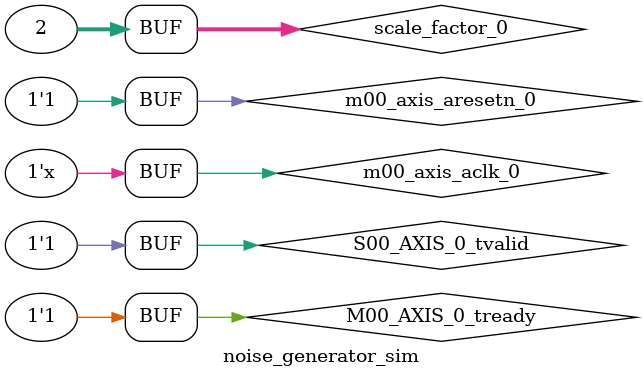
<source format=v>
`timescale 1ns / 1ps


module noise_generator_sim();


  wire [63:0]M00_AXIS_0_tdata;
  wire M00_AXIS_0_tlast;
  reg M00_AXIS_0_tready;
  wire M00_AXIS_0_tvalid;
  
  reg [63:0]S00_AXIS_0_tdata;
  reg S00_AXIS_0_tlast;
  wire S00_AXIS_0_tready;
  reg S00_AXIS_0_tvalid;
  
  reg m00_axis_aclk_0;
  reg m00_axis_aresetn_0;
  
  reg [31:0] scale_factor_0;
  
  reg [10:0] ctr;
    
initial begin
m00_axis_aclk_0 = 1'b0;
m00_axis_aresetn_0 = 1'b0;

M00_AXIS_0_tready = 1'b1;

S00_AXIS_0_tdata = 64'd0;
S00_AXIS_0_tlast = 1'b0;
S00_AXIS_0_tvalid = 1'b0;

scale_factor_0 = 32'h00000002;

ctr = 'd0;

#110
m00_axis_aresetn_0 = 1'b1;
S00_AXIS_0_tvalid = 1'b1;

//#80


//#400
//M00_AXIS_0_tready = 1'b0;

//#600
//M00_AXIS_0_tready = 1'b1;
end

always #10 m00_axis_aclk_0 = ~m00_axis_aclk_0;

always @(posedge m00_axis_aclk_0) begin

        if (m00_axis_aresetn_0) begin
            if (!M00_AXIS_0_tready)
                S00_AXIS_0_tdata = S00_AXIS_0_tdata;
                
            else if ((S00_AXIS_0_tdata < 1024 + 16)) begin
                S00_AXIS_0_tdata = S00_AXIS_0_tdata + 32'd1;
                
             end else begin
                S00_AXIS_0_tdata = 32'd0;
             end
                
            if (S00_AXIS_0_tvalid || ctr == 1024+16 )
                ctr = ctr + 'd1;
            
            if(ctr == 1024 + 16)
                S00_AXIS_0_tlast = 1'b1;
            else
                S00_AXIS_0_tlast = 1'b0;
    
            if (ctr == 1024+16)
               ctr = 'd0;
         end
            
end

   noise_generator noise_generator_i
       (.M00_AXIS_0_tdata(M00_AXIS_0_tdata),
        .M00_AXIS_0_tlast(M00_AXIS_0_tlast),
        .M00_AXIS_0_tready(M00_AXIS_0_tready),
        .M00_AXIS_0_tstrb(),
        .M00_AXIS_0_tvalid(M00_AXIS_0_tvalid),
        
        .S00_AXIS_0_tdata(S00_AXIS_0_tdata),
        .S00_AXIS_0_tlast(S00_AXIS_0_tlast),
        .S00_AXIS_0_tready(S00_AXIS_0_tready),
        .S00_AXIS_0_tstrb(),
        .S00_AXIS_0_tvalid(S00_AXIS_0_tvalid),

        .m00_axis_aclk_0(m00_axis_aclk_0),
        .m00_axis_aresetn_0(m00_axis_aresetn_0),
        .scale_factor_0(scale_factor_0));
endmodule

</source>
